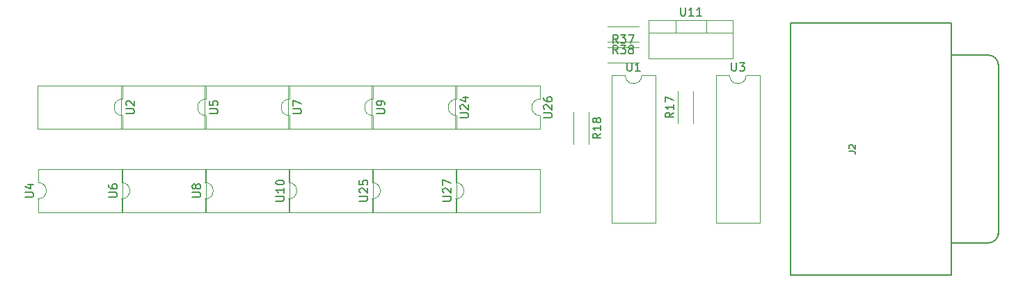
<source format=gbr>
%TF.GenerationSoftware,KiCad,Pcbnew,7.0.5*%
%TF.CreationDate,2024-09-25T18:38:48-04:00*%
%TF.ProjectId,stepper_motor_controller_3_for_cnc,73746570-7065-4725-9f6d-6f746f725f63,rev?*%
%TF.SameCoordinates,Original*%
%TF.FileFunction,Legend,Top*%
%TF.FilePolarity,Positive*%
%FSLAX46Y46*%
G04 Gerber Fmt 4.6, Leading zero omitted, Abs format (unit mm)*
G04 Created by KiCad (PCBNEW 7.0.5) date 2024-09-25 18:38:48*
%MOMM*%
%LPD*%
G01*
G04 APERTURE LIST*
%ADD10C,0.150000*%
%ADD11C,0.120000*%
%ADD12C,0.127000*%
G04 APERTURE END LIST*
D10*
%TO.C,R37*%
X93400942Y28825180D02*
X93067609Y29301371D01*
X92829514Y28825180D02*
X92829514Y29825180D01*
X92829514Y29825180D02*
X93210466Y29825180D01*
X93210466Y29825180D02*
X93305704Y29777561D01*
X93305704Y29777561D02*
X93353323Y29729942D01*
X93353323Y29729942D02*
X93400942Y29634704D01*
X93400942Y29634704D02*
X93400942Y29491847D01*
X93400942Y29491847D02*
X93353323Y29396609D01*
X93353323Y29396609D02*
X93305704Y29348990D01*
X93305704Y29348990D02*
X93210466Y29301371D01*
X93210466Y29301371D02*
X92829514Y29301371D01*
X93734276Y29825180D02*
X94353323Y29825180D01*
X94353323Y29825180D02*
X94019990Y29444228D01*
X94019990Y29444228D02*
X94162847Y29444228D01*
X94162847Y29444228D02*
X94258085Y29396609D01*
X94258085Y29396609D02*
X94305704Y29348990D01*
X94305704Y29348990D02*
X94353323Y29253752D01*
X94353323Y29253752D02*
X94353323Y29015657D01*
X94353323Y29015657D02*
X94305704Y28920419D01*
X94305704Y28920419D02*
X94258085Y28872800D01*
X94258085Y28872800D02*
X94162847Y28825180D01*
X94162847Y28825180D02*
X93877133Y28825180D01*
X93877133Y28825180D02*
X93781895Y28872800D01*
X93781895Y28872800D02*
X93734276Y28920419D01*
X94686657Y29825180D02*
X95353323Y29825180D01*
X95353323Y29825180D02*
X94924752Y28825180D01*
%TO.C,J2*%
X121507865Y15667532D02*
X122070295Y15667532D01*
X122070295Y15667532D02*
X122182781Y15630037D01*
X122182781Y15630037D02*
X122257772Y15555046D01*
X122257772Y15555046D02*
X122295267Y15442560D01*
X122295267Y15442560D02*
X122295267Y15367570D01*
X121582856Y16004990D02*
X121545360Y16042485D01*
X121545360Y16042485D02*
X121507865Y16117476D01*
X121507865Y16117476D02*
X121507865Y16304953D01*
X121507865Y16304953D02*
X121545360Y16379943D01*
X121545360Y16379943D02*
X121582856Y16417439D01*
X121582856Y16417439D02*
X121657846Y16454934D01*
X121657846Y16454934D02*
X121732837Y16454934D01*
X121732837Y16454934D02*
X121845323Y16417439D01*
X121845323Y16417439D02*
X122295267Y15967495D01*
X122295267Y15967495D02*
X122295267Y16454934D01*
%TO.C,U24*%
X74228619Y19761905D02*
X75038142Y19761905D01*
X75038142Y19761905D02*
X75133380Y19809524D01*
X75133380Y19809524D02*
X75181000Y19857143D01*
X75181000Y19857143D02*
X75228619Y19952381D01*
X75228619Y19952381D02*
X75228619Y20142857D01*
X75228619Y20142857D02*
X75181000Y20238095D01*
X75181000Y20238095D02*
X75133380Y20285714D01*
X75133380Y20285714D02*
X75038142Y20333333D01*
X75038142Y20333333D02*
X74228619Y20333333D01*
X74323857Y20761905D02*
X74276238Y20809524D01*
X74276238Y20809524D02*
X74228619Y20904762D01*
X74228619Y20904762D02*
X74228619Y21142857D01*
X74228619Y21142857D02*
X74276238Y21238095D01*
X74276238Y21238095D02*
X74323857Y21285714D01*
X74323857Y21285714D02*
X74419095Y21333333D01*
X74419095Y21333333D02*
X74514333Y21333333D01*
X74514333Y21333333D02*
X74657190Y21285714D01*
X74657190Y21285714D02*
X75228619Y20714286D01*
X75228619Y20714286D02*
X75228619Y21333333D01*
X74561952Y22190476D02*
X75228619Y22190476D01*
X74181000Y21952381D02*
X74895285Y21714286D01*
X74895285Y21714286D02*
X74895285Y22333333D01*
%TO.C,U27*%
X72128619Y9621905D02*
X72938142Y9621905D01*
X72938142Y9621905D02*
X73033380Y9669524D01*
X73033380Y9669524D02*
X73081000Y9717143D01*
X73081000Y9717143D02*
X73128619Y9812381D01*
X73128619Y9812381D02*
X73128619Y10002857D01*
X73128619Y10002857D02*
X73081000Y10098095D01*
X73081000Y10098095D02*
X73033380Y10145714D01*
X73033380Y10145714D02*
X72938142Y10193333D01*
X72938142Y10193333D02*
X72128619Y10193333D01*
X72223857Y10621905D02*
X72176238Y10669524D01*
X72176238Y10669524D02*
X72128619Y10764762D01*
X72128619Y10764762D02*
X72128619Y11002857D01*
X72128619Y11002857D02*
X72176238Y11098095D01*
X72176238Y11098095D02*
X72223857Y11145714D01*
X72223857Y11145714D02*
X72319095Y11193333D01*
X72319095Y11193333D02*
X72414333Y11193333D01*
X72414333Y11193333D02*
X72557190Y11145714D01*
X72557190Y11145714D02*
X73128619Y10574286D01*
X73128619Y10574286D02*
X73128619Y11193333D01*
X72128619Y11526667D02*
X72128619Y12193333D01*
X72128619Y12193333D02*
X73128619Y11764762D01*
%TO.C,U26*%
X84388619Y19761905D02*
X85198142Y19761905D01*
X85198142Y19761905D02*
X85293380Y19809524D01*
X85293380Y19809524D02*
X85341000Y19857143D01*
X85341000Y19857143D02*
X85388619Y19952381D01*
X85388619Y19952381D02*
X85388619Y20142857D01*
X85388619Y20142857D02*
X85341000Y20238095D01*
X85341000Y20238095D02*
X85293380Y20285714D01*
X85293380Y20285714D02*
X85198142Y20333333D01*
X85198142Y20333333D02*
X84388619Y20333333D01*
X84483857Y20761905D02*
X84436238Y20809524D01*
X84436238Y20809524D02*
X84388619Y20904762D01*
X84388619Y20904762D02*
X84388619Y21142857D01*
X84388619Y21142857D02*
X84436238Y21238095D01*
X84436238Y21238095D02*
X84483857Y21285714D01*
X84483857Y21285714D02*
X84579095Y21333333D01*
X84579095Y21333333D02*
X84674333Y21333333D01*
X84674333Y21333333D02*
X84817190Y21285714D01*
X84817190Y21285714D02*
X85388619Y20714286D01*
X85388619Y20714286D02*
X85388619Y21333333D01*
X84388619Y22190476D02*
X84388619Y22000000D01*
X84388619Y22000000D02*
X84436238Y21904762D01*
X84436238Y21904762D02*
X84483857Y21857143D01*
X84483857Y21857143D02*
X84626714Y21761905D01*
X84626714Y21761905D02*
X84817190Y21714286D01*
X84817190Y21714286D02*
X85198142Y21714286D01*
X85198142Y21714286D02*
X85293380Y21761905D01*
X85293380Y21761905D02*
X85341000Y21809524D01*
X85341000Y21809524D02*
X85388619Y21904762D01*
X85388619Y21904762D02*
X85388619Y22095238D01*
X85388619Y22095238D02*
X85341000Y22190476D01*
X85341000Y22190476D02*
X85293380Y22238095D01*
X85293380Y22238095D02*
X85198142Y22285714D01*
X85198142Y22285714D02*
X84960047Y22285714D01*
X84960047Y22285714D02*
X84864809Y22238095D01*
X84864809Y22238095D02*
X84817190Y22190476D01*
X84817190Y22190476D02*
X84769571Y22095238D01*
X84769571Y22095238D02*
X84769571Y21904762D01*
X84769571Y21904762D02*
X84817190Y21809524D01*
X84817190Y21809524D02*
X84864809Y21761905D01*
X84864809Y21761905D02*
X84960047Y21714286D01*
%TO.C,R38*%
X93400942Y27525180D02*
X93067609Y28001371D01*
X92829514Y27525180D02*
X92829514Y28525180D01*
X92829514Y28525180D02*
X93210466Y28525180D01*
X93210466Y28525180D02*
X93305704Y28477561D01*
X93305704Y28477561D02*
X93353323Y28429942D01*
X93353323Y28429942D02*
X93400942Y28334704D01*
X93400942Y28334704D02*
X93400942Y28191847D01*
X93400942Y28191847D02*
X93353323Y28096609D01*
X93353323Y28096609D02*
X93305704Y28048990D01*
X93305704Y28048990D02*
X93210466Y28001371D01*
X93210466Y28001371D02*
X92829514Y28001371D01*
X93734276Y28525180D02*
X94353323Y28525180D01*
X94353323Y28525180D02*
X94019990Y28144228D01*
X94019990Y28144228D02*
X94162847Y28144228D01*
X94162847Y28144228D02*
X94258085Y28096609D01*
X94258085Y28096609D02*
X94305704Y28048990D01*
X94305704Y28048990D02*
X94353323Y27953752D01*
X94353323Y27953752D02*
X94353323Y27715657D01*
X94353323Y27715657D02*
X94305704Y27620419D01*
X94305704Y27620419D02*
X94258085Y27572800D01*
X94258085Y27572800D02*
X94162847Y27525180D01*
X94162847Y27525180D02*
X93877133Y27525180D01*
X93877133Y27525180D02*
X93781895Y27572800D01*
X93781895Y27572800D02*
X93734276Y27620419D01*
X94924752Y28096609D02*
X94829514Y28144228D01*
X94829514Y28144228D02*
X94781895Y28191847D01*
X94781895Y28191847D02*
X94734276Y28287085D01*
X94734276Y28287085D02*
X94734276Y28334704D01*
X94734276Y28334704D02*
X94781895Y28429942D01*
X94781895Y28429942D02*
X94829514Y28477561D01*
X94829514Y28477561D02*
X94924752Y28525180D01*
X94924752Y28525180D02*
X95115228Y28525180D01*
X95115228Y28525180D02*
X95210466Y28477561D01*
X95210466Y28477561D02*
X95258085Y28429942D01*
X95258085Y28429942D02*
X95305704Y28334704D01*
X95305704Y28334704D02*
X95305704Y28287085D01*
X95305704Y28287085D02*
X95258085Y28191847D01*
X95258085Y28191847D02*
X95210466Y28144228D01*
X95210466Y28144228D02*
X95115228Y28096609D01*
X95115228Y28096609D02*
X94924752Y28096609D01*
X94924752Y28096609D02*
X94829514Y28048990D01*
X94829514Y28048990D02*
X94781895Y28001371D01*
X94781895Y28001371D02*
X94734276Y27906133D01*
X94734276Y27906133D02*
X94734276Y27715657D01*
X94734276Y27715657D02*
X94781895Y27620419D01*
X94781895Y27620419D02*
X94829514Y27572800D01*
X94829514Y27572800D02*
X94924752Y27525180D01*
X94924752Y27525180D02*
X95115228Y27525180D01*
X95115228Y27525180D02*
X95210466Y27572800D01*
X95210466Y27572800D02*
X95258085Y27620419D01*
X95258085Y27620419D02*
X95305704Y27715657D01*
X95305704Y27715657D02*
X95305704Y27906133D01*
X95305704Y27906133D02*
X95258085Y28001371D01*
X95258085Y28001371D02*
X95210466Y28048990D01*
X95210466Y28048990D02*
X95115228Y28096609D01*
%TO.C,U10*%
X51808619Y9621905D02*
X52618142Y9621905D01*
X52618142Y9621905D02*
X52713380Y9669524D01*
X52713380Y9669524D02*
X52761000Y9717143D01*
X52761000Y9717143D02*
X52808619Y9812381D01*
X52808619Y9812381D02*
X52808619Y10002857D01*
X52808619Y10002857D02*
X52761000Y10098095D01*
X52761000Y10098095D02*
X52713380Y10145714D01*
X52713380Y10145714D02*
X52618142Y10193333D01*
X52618142Y10193333D02*
X51808619Y10193333D01*
X52808619Y11193333D02*
X52808619Y10621905D01*
X52808619Y10907619D02*
X51808619Y10907619D01*
X51808619Y10907619D02*
X51951476Y10812381D01*
X51951476Y10812381D02*
X52046714Y10717143D01*
X52046714Y10717143D02*
X52094333Y10621905D01*
X51808619Y11812381D02*
X51808619Y11907619D01*
X51808619Y11907619D02*
X51856238Y12002857D01*
X51856238Y12002857D02*
X51903857Y12050476D01*
X51903857Y12050476D02*
X51999095Y12098095D01*
X51999095Y12098095D02*
X52189571Y12145714D01*
X52189571Y12145714D02*
X52427666Y12145714D01*
X52427666Y12145714D02*
X52618142Y12098095D01*
X52618142Y12098095D02*
X52713380Y12050476D01*
X52713380Y12050476D02*
X52761000Y12002857D01*
X52761000Y12002857D02*
X52808619Y11907619D01*
X52808619Y11907619D02*
X52808619Y11812381D01*
X52808619Y11812381D02*
X52761000Y11717143D01*
X52761000Y11717143D02*
X52713380Y11669524D01*
X52713380Y11669524D02*
X52618142Y11621905D01*
X52618142Y11621905D02*
X52427666Y11574286D01*
X52427666Y11574286D02*
X52189571Y11574286D01*
X52189571Y11574286D02*
X51999095Y11621905D01*
X51999095Y11621905D02*
X51903857Y11669524D01*
X51903857Y11669524D02*
X51856238Y11717143D01*
X51856238Y11717143D02*
X51808619Y11812381D01*
%TO.C,U1*%
X94551895Y26425180D02*
X94551895Y25615657D01*
X94551895Y25615657D02*
X94599514Y25520419D01*
X94599514Y25520419D02*
X94647133Y25472800D01*
X94647133Y25472800D02*
X94742371Y25425180D01*
X94742371Y25425180D02*
X94932847Y25425180D01*
X94932847Y25425180D02*
X95028085Y25472800D01*
X95028085Y25472800D02*
X95075704Y25520419D01*
X95075704Y25520419D02*
X95123323Y25615657D01*
X95123323Y25615657D02*
X95123323Y26425180D01*
X96123323Y25425180D02*
X95551895Y25425180D01*
X95837609Y25425180D02*
X95837609Y26425180D01*
X95837609Y26425180D02*
X95742371Y26282323D01*
X95742371Y26282323D02*
X95647133Y26187085D01*
X95647133Y26187085D02*
X95551895Y26139466D01*
%TO.C,U8*%
X41638619Y10088095D02*
X42448142Y10088095D01*
X42448142Y10088095D02*
X42543380Y10135714D01*
X42543380Y10135714D02*
X42591000Y10183333D01*
X42591000Y10183333D02*
X42638619Y10278571D01*
X42638619Y10278571D02*
X42638619Y10469047D01*
X42638619Y10469047D02*
X42591000Y10564285D01*
X42591000Y10564285D02*
X42543380Y10611904D01*
X42543380Y10611904D02*
X42448142Y10659523D01*
X42448142Y10659523D02*
X41638619Y10659523D01*
X42067190Y11278571D02*
X42019571Y11183333D01*
X42019571Y11183333D02*
X41971952Y11135714D01*
X41971952Y11135714D02*
X41876714Y11088095D01*
X41876714Y11088095D02*
X41829095Y11088095D01*
X41829095Y11088095D02*
X41733857Y11135714D01*
X41733857Y11135714D02*
X41686238Y11183333D01*
X41686238Y11183333D02*
X41638619Y11278571D01*
X41638619Y11278571D02*
X41638619Y11469047D01*
X41638619Y11469047D02*
X41686238Y11564285D01*
X41686238Y11564285D02*
X41733857Y11611904D01*
X41733857Y11611904D02*
X41829095Y11659523D01*
X41829095Y11659523D02*
X41876714Y11659523D01*
X41876714Y11659523D02*
X41971952Y11611904D01*
X41971952Y11611904D02*
X42019571Y11564285D01*
X42019571Y11564285D02*
X42067190Y11469047D01*
X42067190Y11469047D02*
X42067190Y11278571D01*
X42067190Y11278571D02*
X42114809Y11183333D01*
X42114809Y11183333D02*
X42162428Y11135714D01*
X42162428Y11135714D02*
X42257666Y11088095D01*
X42257666Y11088095D02*
X42448142Y11088095D01*
X42448142Y11088095D02*
X42543380Y11135714D01*
X42543380Y11135714D02*
X42591000Y11183333D01*
X42591000Y11183333D02*
X42638619Y11278571D01*
X42638619Y11278571D02*
X42638619Y11469047D01*
X42638619Y11469047D02*
X42591000Y11564285D01*
X42591000Y11564285D02*
X42543380Y11611904D01*
X42543380Y11611904D02*
X42448142Y11659523D01*
X42448142Y11659523D02*
X42257666Y11659523D01*
X42257666Y11659523D02*
X42162428Y11611904D01*
X42162428Y11611904D02*
X42114809Y11564285D01*
X42114809Y11564285D02*
X42067190Y11469047D01*
%TO.C,U5*%
X43738619Y20238095D02*
X44548142Y20238095D01*
X44548142Y20238095D02*
X44643380Y20285714D01*
X44643380Y20285714D02*
X44691000Y20333333D01*
X44691000Y20333333D02*
X44738619Y20428571D01*
X44738619Y20428571D02*
X44738619Y20619047D01*
X44738619Y20619047D02*
X44691000Y20714285D01*
X44691000Y20714285D02*
X44643380Y20761904D01*
X44643380Y20761904D02*
X44548142Y20809523D01*
X44548142Y20809523D02*
X43738619Y20809523D01*
X43738619Y21761904D02*
X43738619Y21285714D01*
X43738619Y21285714D02*
X44214809Y21238095D01*
X44214809Y21238095D02*
X44167190Y21285714D01*
X44167190Y21285714D02*
X44119571Y21380952D01*
X44119571Y21380952D02*
X44119571Y21619047D01*
X44119571Y21619047D02*
X44167190Y21714285D01*
X44167190Y21714285D02*
X44214809Y21761904D01*
X44214809Y21761904D02*
X44310047Y21809523D01*
X44310047Y21809523D02*
X44548142Y21809523D01*
X44548142Y21809523D02*
X44643380Y21761904D01*
X44643380Y21761904D02*
X44691000Y21714285D01*
X44691000Y21714285D02*
X44738619Y21619047D01*
X44738619Y21619047D02*
X44738619Y21380952D01*
X44738619Y21380952D02*
X44691000Y21285714D01*
X44691000Y21285714D02*
X44643380Y21238095D01*
%TO.C,U7*%
X53898619Y20238095D02*
X54708142Y20238095D01*
X54708142Y20238095D02*
X54803380Y20285714D01*
X54803380Y20285714D02*
X54851000Y20333333D01*
X54851000Y20333333D02*
X54898619Y20428571D01*
X54898619Y20428571D02*
X54898619Y20619047D01*
X54898619Y20619047D02*
X54851000Y20714285D01*
X54851000Y20714285D02*
X54803380Y20761904D01*
X54803380Y20761904D02*
X54708142Y20809523D01*
X54708142Y20809523D02*
X53898619Y20809523D01*
X53898619Y21190476D02*
X53898619Y21857142D01*
X53898619Y21857142D02*
X54898619Y21428571D01*
%TO.C,U6*%
X31488619Y10098095D02*
X32298142Y10098095D01*
X32298142Y10098095D02*
X32393380Y10145714D01*
X32393380Y10145714D02*
X32441000Y10193333D01*
X32441000Y10193333D02*
X32488619Y10288571D01*
X32488619Y10288571D02*
X32488619Y10479047D01*
X32488619Y10479047D02*
X32441000Y10574285D01*
X32441000Y10574285D02*
X32393380Y10621904D01*
X32393380Y10621904D02*
X32298142Y10669523D01*
X32298142Y10669523D02*
X31488619Y10669523D01*
X31488619Y11574285D02*
X31488619Y11383809D01*
X31488619Y11383809D02*
X31536238Y11288571D01*
X31536238Y11288571D02*
X31583857Y11240952D01*
X31583857Y11240952D02*
X31726714Y11145714D01*
X31726714Y11145714D02*
X31917190Y11098095D01*
X31917190Y11098095D02*
X32298142Y11098095D01*
X32298142Y11098095D02*
X32393380Y11145714D01*
X32393380Y11145714D02*
X32441000Y11193333D01*
X32441000Y11193333D02*
X32488619Y11288571D01*
X32488619Y11288571D02*
X32488619Y11479047D01*
X32488619Y11479047D02*
X32441000Y11574285D01*
X32441000Y11574285D02*
X32393380Y11621904D01*
X32393380Y11621904D02*
X32298142Y11669523D01*
X32298142Y11669523D02*
X32060047Y11669523D01*
X32060047Y11669523D02*
X31964809Y11621904D01*
X31964809Y11621904D02*
X31917190Y11574285D01*
X31917190Y11574285D02*
X31869571Y11479047D01*
X31869571Y11479047D02*
X31869571Y11288571D01*
X31869571Y11288571D02*
X31917190Y11193333D01*
X31917190Y11193333D02*
X31964809Y11145714D01*
X31964809Y11145714D02*
X32060047Y11098095D01*
%TO.C,U4*%
X21328619Y10098095D02*
X22138142Y10098095D01*
X22138142Y10098095D02*
X22233380Y10145714D01*
X22233380Y10145714D02*
X22281000Y10193333D01*
X22281000Y10193333D02*
X22328619Y10288571D01*
X22328619Y10288571D02*
X22328619Y10479047D01*
X22328619Y10479047D02*
X22281000Y10574285D01*
X22281000Y10574285D02*
X22233380Y10621904D01*
X22233380Y10621904D02*
X22138142Y10669523D01*
X22138142Y10669523D02*
X21328619Y10669523D01*
X21661952Y11574285D02*
X22328619Y11574285D01*
X21281000Y11336190D02*
X21995285Y11098095D01*
X21995285Y11098095D02*
X21995285Y11717142D01*
%TO.C,R18*%
X91338619Y17827142D02*
X90862428Y17493809D01*
X91338619Y17255714D02*
X90338619Y17255714D01*
X90338619Y17255714D02*
X90338619Y17636666D01*
X90338619Y17636666D02*
X90386238Y17731904D01*
X90386238Y17731904D02*
X90433857Y17779523D01*
X90433857Y17779523D02*
X90529095Y17827142D01*
X90529095Y17827142D02*
X90671952Y17827142D01*
X90671952Y17827142D02*
X90767190Y17779523D01*
X90767190Y17779523D02*
X90814809Y17731904D01*
X90814809Y17731904D02*
X90862428Y17636666D01*
X90862428Y17636666D02*
X90862428Y17255714D01*
X91338619Y18779523D02*
X91338619Y18208095D01*
X91338619Y18493809D02*
X90338619Y18493809D01*
X90338619Y18493809D02*
X90481476Y18398571D01*
X90481476Y18398571D02*
X90576714Y18303333D01*
X90576714Y18303333D02*
X90624333Y18208095D01*
X90767190Y19350952D02*
X90719571Y19255714D01*
X90719571Y19255714D02*
X90671952Y19208095D01*
X90671952Y19208095D02*
X90576714Y19160476D01*
X90576714Y19160476D02*
X90529095Y19160476D01*
X90529095Y19160476D02*
X90433857Y19208095D01*
X90433857Y19208095D02*
X90386238Y19255714D01*
X90386238Y19255714D02*
X90338619Y19350952D01*
X90338619Y19350952D02*
X90338619Y19541428D01*
X90338619Y19541428D02*
X90386238Y19636666D01*
X90386238Y19636666D02*
X90433857Y19684285D01*
X90433857Y19684285D02*
X90529095Y19731904D01*
X90529095Y19731904D02*
X90576714Y19731904D01*
X90576714Y19731904D02*
X90671952Y19684285D01*
X90671952Y19684285D02*
X90719571Y19636666D01*
X90719571Y19636666D02*
X90767190Y19541428D01*
X90767190Y19541428D02*
X90767190Y19350952D01*
X90767190Y19350952D02*
X90814809Y19255714D01*
X90814809Y19255714D02*
X90862428Y19208095D01*
X90862428Y19208095D02*
X90957666Y19160476D01*
X90957666Y19160476D02*
X91148142Y19160476D01*
X91148142Y19160476D02*
X91243380Y19208095D01*
X91243380Y19208095D02*
X91291000Y19255714D01*
X91291000Y19255714D02*
X91338619Y19350952D01*
X91338619Y19350952D02*
X91338619Y19541428D01*
X91338619Y19541428D02*
X91291000Y19636666D01*
X91291000Y19636666D02*
X91243380Y19684285D01*
X91243380Y19684285D02*
X91148142Y19731904D01*
X91148142Y19731904D02*
X90957666Y19731904D01*
X90957666Y19731904D02*
X90862428Y19684285D01*
X90862428Y19684285D02*
X90814809Y19636666D01*
X90814809Y19636666D02*
X90767190Y19541428D01*
%TO.C,U3*%
X107251895Y26425180D02*
X107251895Y25615657D01*
X107251895Y25615657D02*
X107299514Y25520419D01*
X107299514Y25520419D02*
X107347133Y25472800D01*
X107347133Y25472800D02*
X107442371Y25425180D01*
X107442371Y25425180D02*
X107632847Y25425180D01*
X107632847Y25425180D02*
X107728085Y25472800D01*
X107728085Y25472800D02*
X107775704Y25520419D01*
X107775704Y25520419D02*
X107823323Y25615657D01*
X107823323Y25615657D02*
X107823323Y26425180D01*
X108204276Y26425180D02*
X108823323Y26425180D01*
X108823323Y26425180D02*
X108489990Y26044228D01*
X108489990Y26044228D02*
X108632847Y26044228D01*
X108632847Y26044228D02*
X108728085Y25996609D01*
X108728085Y25996609D02*
X108775704Y25948990D01*
X108775704Y25948990D02*
X108823323Y25853752D01*
X108823323Y25853752D02*
X108823323Y25615657D01*
X108823323Y25615657D02*
X108775704Y25520419D01*
X108775704Y25520419D02*
X108728085Y25472800D01*
X108728085Y25472800D02*
X108632847Y25425180D01*
X108632847Y25425180D02*
X108347133Y25425180D01*
X108347133Y25425180D02*
X108251895Y25472800D01*
X108251895Y25472800D02*
X108204276Y25520419D01*
%TO.C,U25*%
X61968619Y9621905D02*
X62778142Y9621905D01*
X62778142Y9621905D02*
X62873380Y9669524D01*
X62873380Y9669524D02*
X62921000Y9717143D01*
X62921000Y9717143D02*
X62968619Y9812381D01*
X62968619Y9812381D02*
X62968619Y10002857D01*
X62968619Y10002857D02*
X62921000Y10098095D01*
X62921000Y10098095D02*
X62873380Y10145714D01*
X62873380Y10145714D02*
X62778142Y10193333D01*
X62778142Y10193333D02*
X61968619Y10193333D01*
X62063857Y10621905D02*
X62016238Y10669524D01*
X62016238Y10669524D02*
X61968619Y10764762D01*
X61968619Y10764762D02*
X61968619Y11002857D01*
X61968619Y11002857D02*
X62016238Y11098095D01*
X62016238Y11098095D02*
X62063857Y11145714D01*
X62063857Y11145714D02*
X62159095Y11193333D01*
X62159095Y11193333D02*
X62254333Y11193333D01*
X62254333Y11193333D02*
X62397190Y11145714D01*
X62397190Y11145714D02*
X62968619Y10574286D01*
X62968619Y10574286D02*
X62968619Y11193333D01*
X61968619Y12098095D02*
X61968619Y11621905D01*
X61968619Y11621905D02*
X62444809Y11574286D01*
X62444809Y11574286D02*
X62397190Y11621905D01*
X62397190Y11621905D02*
X62349571Y11717143D01*
X62349571Y11717143D02*
X62349571Y11955238D01*
X62349571Y11955238D02*
X62397190Y12050476D01*
X62397190Y12050476D02*
X62444809Y12098095D01*
X62444809Y12098095D02*
X62540047Y12145714D01*
X62540047Y12145714D02*
X62778142Y12145714D01*
X62778142Y12145714D02*
X62873380Y12098095D01*
X62873380Y12098095D02*
X62921000Y12050476D01*
X62921000Y12050476D02*
X62968619Y11955238D01*
X62968619Y11955238D02*
X62968619Y11717143D01*
X62968619Y11717143D02*
X62921000Y11621905D01*
X62921000Y11621905D02*
X62873380Y11574286D01*
%TO.C,R17*%
X100198619Y20367142D02*
X99722428Y20033809D01*
X100198619Y19795714D02*
X99198619Y19795714D01*
X99198619Y19795714D02*
X99198619Y20176666D01*
X99198619Y20176666D02*
X99246238Y20271904D01*
X99246238Y20271904D02*
X99293857Y20319523D01*
X99293857Y20319523D02*
X99389095Y20367142D01*
X99389095Y20367142D02*
X99531952Y20367142D01*
X99531952Y20367142D02*
X99627190Y20319523D01*
X99627190Y20319523D02*
X99674809Y20271904D01*
X99674809Y20271904D02*
X99722428Y20176666D01*
X99722428Y20176666D02*
X99722428Y19795714D01*
X100198619Y21319523D02*
X100198619Y20748095D01*
X100198619Y21033809D02*
X99198619Y21033809D01*
X99198619Y21033809D02*
X99341476Y20938571D01*
X99341476Y20938571D02*
X99436714Y20843333D01*
X99436714Y20843333D02*
X99484333Y20748095D01*
X99198619Y21652857D02*
X99198619Y22319523D01*
X99198619Y22319523D02*
X100198619Y21890952D01*
%TO.C,U9*%
X64058619Y20238095D02*
X64868142Y20238095D01*
X64868142Y20238095D02*
X64963380Y20285714D01*
X64963380Y20285714D02*
X65011000Y20333333D01*
X65011000Y20333333D02*
X65058619Y20428571D01*
X65058619Y20428571D02*
X65058619Y20619047D01*
X65058619Y20619047D02*
X65011000Y20714285D01*
X65011000Y20714285D02*
X64963380Y20761904D01*
X64963380Y20761904D02*
X64868142Y20809523D01*
X64868142Y20809523D02*
X64058619Y20809523D01*
X65058619Y21333333D02*
X65058619Y21523809D01*
X65058619Y21523809D02*
X65011000Y21619047D01*
X65011000Y21619047D02*
X64963380Y21666666D01*
X64963380Y21666666D02*
X64820523Y21761904D01*
X64820523Y21761904D02*
X64630047Y21809523D01*
X64630047Y21809523D02*
X64249095Y21809523D01*
X64249095Y21809523D02*
X64153857Y21761904D01*
X64153857Y21761904D02*
X64106238Y21714285D01*
X64106238Y21714285D02*
X64058619Y21619047D01*
X64058619Y21619047D02*
X64058619Y21428571D01*
X64058619Y21428571D02*
X64106238Y21333333D01*
X64106238Y21333333D02*
X64153857Y21285714D01*
X64153857Y21285714D02*
X64249095Y21238095D01*
X64249095Y21238095D02*
X64487190Y21238095D01*
X64487190Y21238095D02*
X64582428Y21285714D01*
X64582428Y21285714D02*
X64630047Y21333333D01*
X64630047Y21333333D02*
X64677666Y21428571D01*
X64677666Y21428571D02*
X64677666Y21619047D01*
X64677666Y21619047D02*
X64630047Y21714285D01*
X64630047Y21714285D02*
X64582428Y21761904D01*
X64582428Y21761904D02*
X64487190Y21809523D01*
%TO.C,U11*%
X101060705Y33135180D02*
X101060705Y32325657D01*
X101060705Y32325657D02*
X101108324Y32230419D01*
X101108324Y32230419D02*
X101155943Y32182800D01*
X101155943Y32182800D02*
X101251181Y32135180D01*
X101251181Y32135180D02*
X101441657Y32135180D01*
X101441657Y32135180D02*
X101536895Y32182800D01*
X101536895Y32182800D02*
X101584514Y32230419D01*
X101584514Y32230419D02*
X101632133Y32325657D01*
X101632133Y32325657D02*
X101632133Y33135180D01*
X102632133Y32135180D02*
X102060705Y32135180D01*
X102346419Y32135180D02*
X102346419Y33135180D01*
X102346419Y33135180D02*
X102251181Y32992323D01*
X102251181Y32992323D02*
X102155943Y32897085D01*
X102155943Y32897085D02*
X102060705Y32849466D01*
X103584514Y32135180D02*
X103013086Y32135180D01*
X103298800Y32135180D02*
X103298800Y33135180D01*
X103298800Y33135180D02*
X103203562Y32992323D01*
X103203562Y32992323D02*
X103108324Y32897085D01*
X103108324Y32897085D02*
X103013086Y32849466D01*
%TO.C,U2*%
X33578619Y20238095D02*
X34388142Y20238095D01*
X34388142Y20238095D02*
X34483380Y20285714D01*
X34483380Y20285714D02*
X34531000Y20333333D01*
X34531000Y20333333D02*
X34578619Y20428571D01*
X34578619Y20428571D02*
X34578619Y20619047D01*
X34578619Y20619047D02*
X34531000Y20714285D01*
X34531000Y20714285D02*
X34483380Y20761904D01*
X34483380Y20761904D02*
X34388142Y20809523D01*
X34388142Y20809523D02*
X33578619Y20809523D01*
X33673857Y21238095D02*
X33626238Y21285714D01*
X33626238Y21285714D02*
X33578619Y21380952D01*
X33578619Y21380952D02*
X33578619Y21619047D01*
X33578619Y21619047D02*
X33626238Y21714285D01*
X33626238Y21714285D02*
X33673857Y21761904D01*
X33673857Y21761904D02*
X33769095Y21809523D01*
X33769095Y21809523D02*
X33864333Y21809523D01*
X33864333Y21809523D02*
X34007190Y21761904D01*
X34007190Y21761904D02*
X34578619Y21190476D01*
X34578619Y21190476D02*
X34578619Y21809523D01*
D11*
%TO.C,R37*%
X92123800Y28280000D02*
X95963800Y28280000D01*
X92123800Y26440000D02*
X95963800Y26440000D01*
D12*
%TO.C,J2*%
X114408800Y640000D02*
X114408800Y31220000D01*
X134018800Y640000D02*
X114408800Y640000D01*
X134018800Y640000D02*
X134018800Y4500000D01*
X134018800Y4500000D02*
X134018800Y27360000D01*
X138448800Y4500000D02*
X134018800Y4500000D01*
X139718800Y5630000D02*
X139718800Y5770000D01*
X139718800Y5770000D02*
X139718800Y26090000D01*
X139718800Y26090000D02*
X139718800Y26230000D01*
X134018800Y27360000D02*
X134018800Y31220000D01*
X138448800Y27360000D02*
X134018800Y27360000D01*
X114408800Y31220000D02*
X134018800Y31220000D01*
X138448800Y4500000D02*
G75*
G03*
X139718800Y5770000I1J1269999D01*
G01*
X139718800Y26090000D02*
G75*
G03*
X138448800Y27360000I-1270000J0D01*
G01*
D11*
%TO.C,U24*%
X73773800Y23650000D02*
X63493800Y23650000D01*
X63493800Y23650000D02*
X63493800Y18350000D01*
X73773800Y22000000D02*
X73773800Y23650000D01*
X73773800Y18350000D02*
X73773800Y20000000D01*
X63493800Y18350000D02*
X73773800Y18350000D01*
X73773800Y22000000D02*
G75*
G03*
X73773800Y20000000I0J-1000000D01*
G01*
%TO.C,U27*%
X73673800Y8210000D02*
X83953800Y8210000D01*
X83953800Y8210000D02*
X83953800Y13510000D01*
X73673800Y9860000D02*
X73673800Y8210000D01*
X73673800Y13510000D02*
X73673800Y11860000D01*
X83953800Y13510000D02*
X73673800Y13510000D01*
X73673800Y9860000D02*
G75*
G03*
X73673800Y11860000I0J1000000D01*
G01*
%TO.C,U26*%
X83933800Y23650000D02*
X73653800Y23650000D01*
X73653800Y23650000D02*
X73653800Y18350000D01*
X83933800Y22000000D02*
X83933800Y23650000D01*
X83933800Y18350000D02*
X83933800Y20000000D01*
X73653800Y18350000D02*
X83933800Y18350000D01*
X83933800Y22000000D02*
G75*
G03*
X83933800Y20000000I0J-1000000D01*
G01*
%TO.C,R38*%
X95963800Y28980000D02*
X92123800Y28980000D01*
X95963800Y30820000D02*
X92123800Y30820000D01*
%TO.C,U10*%
X53353800Y8210000D02*
X63633800Y8210000D01*
X63633800Y8210000D02*
X63633800Y13510000D01*
X53353800Y9860000D02*
X53353800Y8210000D01*
X53353800Y13510000D02*
X53353800Y11860000D01*
X63633800Y13510000D02*
X53353800Y13510000D01*
X53353800Y9860000D02*
G75*
G03*
X53353800Y11860000I0J1000000D01*
G01*
%TO.C,U1*%
X92663800Y24880000D02*
X92663800Y6980000D01*
X92663800Y6980000D02*
X97963800Y6980000D01*
X94313800Y24880000D02*
X92663800Y24880000D01*
X97963800Y24880000D02*
X96313800Y24880000D01*
X97963800Y6980000D02*
X97963800Y24880000D01*
X94313800Y24880000D02*
G75*
G03*
X96313800Y24880000I1000000J0D01*
G01*
%TO.C,U8*%
X43183800Y8200000D02*
X53463800Y8200000D01*
X53463800Y8200000D02*
X53463800Y13500000D01*
X43183800Y9850000D02*
X43183800Y8200000D01*
X43183800Y13500000D02*
X43183800Y11850000D01*
X53463800Y13500000D02*
X43183800Y13500000D01*
X43183800Y9850000D02*
G75*
G03*
X43183800Y11850000I0J1000000D01*
G01*
%TO.C,U5*%
X43283800Y23650000D02*
X33003800Y23650000D01*
X33003800Y23650000D02*
X33003800Y18350000D01*
X43283800Y22000000D02*
X43283800Y23650000D01*
X43283800Y18350000D02*
X43283800Y20000000D01*
X33003800Y18350000D02*
X43283800Y18350000D01*
X43283800Y22000000D02*
G75*
G03*
X43283800Y20000000I0J-1000000D01*
G01*
%TO.C,U7*%
X53443800Y23650000D02*
X43163800Y23650000D01*
X43163800Y23650000D02*
X43163800Y18350000D01*
X53443800Y22000000D02*
X53443800Y23650000D01*
X53443800Y18350000D02*
X53443800Y20000000D01*
X43163800Y18350000D02*
X53443800Y18350000D01*
X53443800Y22000000D02*
G75*
G03*
X53443800Y20000000I0J-1000000D01*
G01*
%TO.C,U6*%
X33033800Y8210000D02*
X43313800Y8210000D01*
X43313800Y8210000D02*
X43313800Y13510000D01*
X33033800Y9860000D02*
X33033800Y8210000D01*
X33033800Y13510000D02*
X33033800Y11860000D01*
X43313800Y13510000D02*
X33033800Y13510000D01*
X33033800Y9860000D02*
G75*
G03*
X33033800Y11860000I0J1000000D01*
G01*
%TO.C,U4*%
X22873800Y8210000D02*
X33153800Y8210000D01*
X33153800Y8210000D02*
X33153800Y13510000D01*
X22873800Y9860000D02*
X22873800Y8210000D01*
X22873800Y13510000D02*
X22873800Y11860000D01*
X33153800Y13510000D02*
X22873800Y13510000D01*
X22873800Y9860000D02*
G75*
G03*
X22873800Y11860000I0J1000000D01*
G01*
%TO.C,R18*%
X89883800Y20390000D02*
X89883800Y16550000D01*
X88043800Y20390000D02*
X88043800Y16550000D01*
%TO.C,U3*%
X105363800Y24880000D02*
X105363800Y6980000D01*
X105363800Y6980000D02*
X110663800Y6980000D01*
X107013800Y24880000D02*
X105363800Y24880000D01*
X110663800Y24880000D02*
X109013800Y24880000D01*
X110663800Y6980000D02*
X110663800Y24880000D01*
X107013800Y24880000D02*
G75*
G03*
X109013800Y24880000I1000000J0D01*
G01*
%TO.C,U25*%
X63513800Y8210000D02*
X73793800Y8210000D01*
X73793800Y8210000D02*
X73793800Y13510000D01*
X63513800Y9860000D02*
X63513800Y8210000D01*
X63513800Y13510000D02*
X63513800Y11860000D01*
X73793800Y13510000D02*
X63513800Y13510000D01*
X63513800Y9860000D02*
G75*
G03*
X63513800Y11860000I0J1000000D01*
G01*
%TO.C,R17*%
X100743800Y19090000D02*
X100743800Y22930000D01*
X102583800Y19090000D02*
X102583800Y22930000D01*
%TO.C,U9*%
X63603800Y23650000D02*
X53323800Y23650000D01*
X53323800Y23650000D02*
X53323800Y18350000D01*
X63603800Y22000000D02*
X63603800Y23650000D01*
X63603800Y18350000D02*
X63603800Y20000000D01*
X53323800Y18350000D02*
X63603800Y18350000D01*
X63603800Y22000000D02*
G75*
G03*
X63603800Y20000000I0J-1000000D01*
G01*
%TO.C,U11*%
X97178800Y31590000D02*
X97178800Y26949000D01*
X97178800Y31590000D02*
X107418800Y31590000D01*
X97178800Y30080000D02*
X107418800Y30080000D01*
X97178800Y26949000D02*
X107418800Y26949000D01*
X100448800Y31590000D02*
X100448800Y30080000D01*
X104149800Y31590000D02*
X104149800Y30080000D01*
X107418800Y31590000D02*
X107418800Y26949000D01*
%TO.C,U2*%
X33123800Y23650000D02*
X22843800Y23650000D01*
X22843800Y23650000D02*
X22843800Y18350000D01*
X33123800Y22000000D02*
X33123800Y23650000D01*
X33123800Y18350000D02*
X33123800Y20000000D01*
X22843800Y18350000D02*
X33123800Y18350000D01*
X33123800Y22000000D02*
G75*
G03*
X33123800Y20000000I0J-1000000D01*
G01*
%TD*%
M02*

</source>
